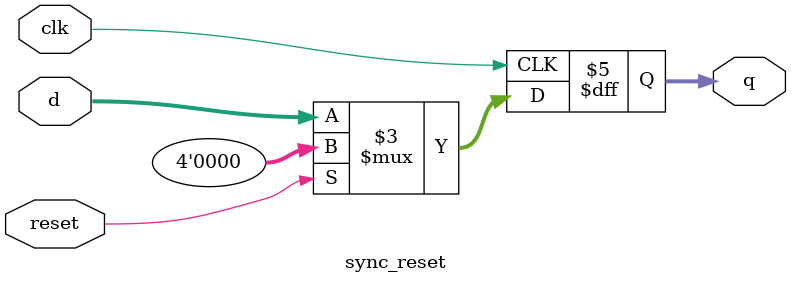
<source format=sv>
module sync_reset(input logic[3:0]d,input logic clk,reset,output logic[3:0]q);

 always_ff@(posedge clk)
  if(reset)q<=4'b0000;
  else q<=d;
endmodule


</source>
